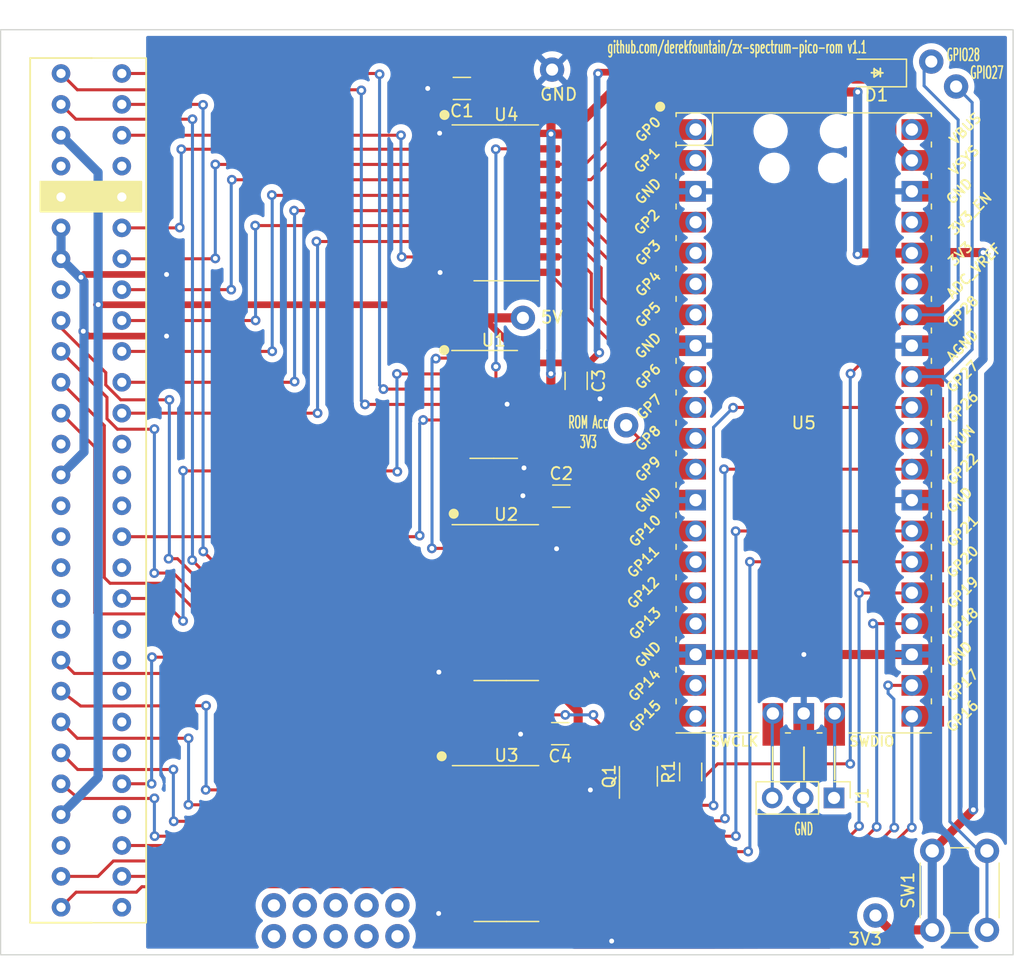
<source format=kicad_pcb>
(kicad_pcb (version 20211014) (generator pcbnew)
  (layers (0 "F.Cu" signal) (31 "B.Cu" signal) (34 "B.Paste" user) (35 "F.Paste" user) (36 "B.SilkS" user "B.Silkscreen") (37 "F.SilkS" user "F.Silkscreen") (38 "B.Mask" user) (39 "F.Mask" user) (44 "Edge.Cuts" user))
  (net 0 "")
  (net 1 "+3V3")
  (net 2 "GND")
  (net 3 "+5V")
  (net 4 "Net-(D1-Pad1)")
  (net 5 "SWDIO")
  (net 6 "SWDCLK")
  (net 7 "ROM_ACCESS_INV")
  (net 8 "ZXA0")
  (net 9 "ZXA1")
  (net 10 "ZXA2")
  (net 11 "ZXA3")
  (net 12 "ZXA4")
  (net 13 "ZXA5")
  (net 14 "ZXA6")
  (net 15 "A6")
  (net 16 "A5")
  (net 17 "A4")
  (net 18 "A3")
  (net 19 "A2")
  (net 20 "A1")
  (net 21 "A0")
  (net 22 "ROM_ACCESS_INV_3V3")
  (net 23 "ZXA7")
  (net 24 "ZXA8")
  (net 25 "ZXA9")
  (net 26 "ZXA10")
  (net 27 "ZXA11")
  (net 28 "ZXA12")
  (net 29 "ZXA13")
  (net 30 "A13")
  (net 31 "A12")
  (net 32 "A11")
  (net 33 "A10")
  (net 34 "A9")
  (net 35 "A8")
  (net 36 "A7")
  (net 37 "ZXD0")
  (net 38 "ZXD1")
  (net 39 "ZXD2")
  (net 40 "ZXD3")
  (net 41 "ZXD4")
  (net 42 "ZXD5")
  (net 43 "ZXD6")
  (net 44 "ZXD7")
  (net 45 "D7")
  (net 46 "D6")
  (net 47 "D5")
  (net 48 "D4")
  (net 49 "D3")
  (net 50 "D2")
  (net 51 "D1")
  (net 52 "D0")
  (net 53 "ROM_READ_INV")
  (net 59 "Net-(Q1-Pad2)")
  (net 64 "ZXA14")
  (net 65 "ZXA15")
  (net 70 "ZXM1")
  (net 75 "ZXRD")
  (net 77 "ZXMREQ")
  (net 85 "ZXRESET")
  (net 86 "PICO_RESET_Z80")
  (net 87 "PICO_USER_INPUT")
  (net 88 "M1")
  (footprint "" (layer "F.Cu") (at 48.2 122)
    (fp_text reference "6" hide)
    (fp_text value "" hide)
  )
  (footprint "" (layer "F.Cu") (at 45.66 122)
    (fp_text reference "5" hide)
    (fp_text value "" hide)
  )
  (footprint "Capacitor_SMD:C_1206_3216Metric" (layer "F.Cu") (at 69.3 88.34)
    (fp_text reference "C2")
    (fp_text value "C_Small" hide)
  )
  (footprint "Package_SO:SO-20_5.3x12.6mm_P1.27mm" (layer "F.Cu") (at 64.79 116.92)
    (fp_text reference "U3")
    (fp_text value "74LS245")
  )
  (footprint "Package_SO:SO-20_5.3x12.6mm_P1.27mm" (layer "F.Cu") (at 64.77 97.1)
    (fp_text reference "U2")
    (fp_text value "74LS245")
  )
  (footprint "Capacitor_SMD:C_1206_3216Metric" (layer "F.Cu") (at 70.52 78.86 -90)
    (fp_text reference "C3")
    (fp_text value "C_Small" hide)
  )
  (footprint "" (layer "F.Cu") (at 95.14 122.84)
    (fp_text reference "14" hide)
    (fp_text value "" hide)
  )
  (footprint "Resistor_SMD:R_1206_3216Metric_Pad1.30x1.75mm_HandSolder" (layer "F.Cu") (at 79.94 111.03 90)
    (fp_text reference "R1")
    (fp_text value "1K")
  )
  (footprint "Capacitor_SMD:C_1206_3216Metric" (layer "F.Cu") (at 69.21 107.88 180)
    (fp_text reference "C4")
    (fp_text value "C_Small" hide)
  )
  (footprint "" (layer "F.Cu") (at 50.74 122)
    (fp_text reference "7" hide)
    (fp_text value "" hide)
  )
  (footprint "Package_SO:SOIC-14_3.9x8.7mm_P1.27mm" (layer "F.Cu") (at 63.74 80.8)
    (fp_text reference "U1")
    (fp_text value "4075")
  )
  (footprint "Package_TO_SOT_SMD:SOT-23-3" (layer "F.Cu") (at 75.64 111.39 90)
    (fp_text reference "Q1")
    (fp_text value "PN2222A" hide)
  )
  (footprint "" (layer "F.Cu") (at 101.77 54.65)
    (fp_text reference "")
    (fp_text value "")
  )
  (footprint "Package_SO:SO-20_5.3x12.6mm_P1.27mm" (layer "F.Cu") (at 64.77 64.22)
    (fp_text reference "U4")
    (fp_text value "74LS245")
  )
  (footprint "" (layer "F.Cu") (at 53.28 122)
    (fp_text reference "8" hide)
    (fp_text value "" hide)
  )
  (footprint "" (layer "F.Cu") (at 50.74 124.54)
    (fp_text reference "12" hide)
    (fp_text value "" hide)
  )
  (footprint "" (layer "F.Cu") (at 68.54 53.26)
    (fp_text reference "14" hide)
    (fp_text value "" hide)
  )
  (footprint "" (layer "F.Cu") (at 66.14 73.68)
    (fp_text reference "")
    (fp_text value "")
  )
  (footprint "" (layer "F.Cu") (at 45.66 124.54)
    (fp_text reference "10" hide)
    (fp_text value "" hide)
  )
  (footprint "" (layer "F.Cu") (at 55.82 122)
    (fp_text reference "9" hide)
    (fp_text value "" hide)
  )
  (footprint "" (layer "F.Cu") (at 99.73 52.6)
    (fp_text reference "")
    (fp_text value "")
  )
  (footprint "Capacitor_SMD:C_1206_3216Metric" (layer "F.Cu") (at 61.12 54.81 180)
    (fp_text reference "C1")
    (fp_text value "C_Small" hide)
  )
  (footprint "" (layer "F.Cu") (at 48.2 124.54)
    (fp_text reference "11" hide)
    (fp_text value "" hide)
  )
  (footprint "Connector_PinHeader_2.54mm:PinHeader_1x03_P2.54mm_Vertical" (layer "F.Cu") (at 91.73 113.165 -90)
    (fp_text reference "J1")
    (fp_text value "Conn_01x03_Female" hide)
  )
  (footprint "Button_Switch_THT:SW_PUSH_6mm_H4.3mm" (layer "F.Cu") (at 99.81 124.02 90)
    (fp_text reference "SW1")
    (fp_text value "SW_SPST")
  )
  (footprint "" (layer "F.Cu") (at 53.28 124.54)
    (fp_text reference "13" hide)
    (fp_text value "" hide)
  )
  (footprint "" (layer "F.Cu") (at 74.63 82.52)
    (fp_text reference "")
    (fp_text value "")
  )
  (footprint "Diode_SMD:D_1206_3216Metric_Pad1.42x1.75mm_HandSolder" (layer "F.Cu") (at 95.23 53.54 180)
    (fp_text reference "D1")
    (fp_text value "D_Schottky" hide)
  )
  (footprint "" (layer "F.Cu") (at 55.82 124.54)
    (fp_text reference "14" hide)
    (fp_text value "" hide)
  )
  (footprint "zxbus:ZX_Bus_Pin_Header" (layer "F.Cu") (at 28.15 87.87 -90)
    (fp_text reference "Z1" hide)
    (fp_text value "ZX48Bus")
  )
  (footprint "pico-foot:RPi_Pico_SMD_TH" (layer "F.Cu") (at 89.24 82.32)
    (fp_text reference "U5")
    (fp_text value "Pico-rp2040")
  )
  (gr_circle (center 59.46 109.74) (end 59.799706 109.74) (layer "F.SilkS") (width 0.15) (fill solid))
  (gr_line (start 89.26 108.995) (end 89.26 111.665) (layer "F.SilkS") (width 0.15))
  (gr_line (start 95.75 53.53) (end 94.81 53.52) (layer "F.SilkS") (width 0.15))
  (gr_circle (center 59.69 56.99) (end 60.029706 56.99) (layer "F.SilkS") (width 0.15) (fill solid))
  (gr_rect (start 26.46 62.48) (end 34.75 64.94) (layer "F.SilkS") (width 0.15) (fill solid))
  (gr_line (start 95.53 53.52) (end 95.04 53.22) (layer "F.SilkS") (width 0.15))
  (gr_line (start 95.54 53.16) (end 95.54 53.83) (layer "F.SilkS") (width 0.15))
  (gr_circle (center 59.67 76.33) (end 60.009706 76.33) (layer "F.SilkS") (width 0.15) (fill solid))
  (gr_line (start 91.79 108.975) (end 91.79 111.645) (layer "F.SilkS") (width 0.15))
  (gr_circle (center 77.43 56.31) (end 77.769706 56.31) (layer "F.SilkS") (width 0.15) (fill solid))
  (gr_line (start 86.68 108.98) (end 86.68 111.65) (layer "F.SilkS") (width 0.15))
  (gr_circle (center 60.45 89.79) (end 60.789706 89.79) (layer "F.SilkS") (width 0.15) (fill solid))
  (gr_line (start 95.03 53.86) (end 95.53 53.52) (layer "F.SilkS") (width 0.15))
  (gr_line (start 95.03 53.18) (end 95.03 53.86) (layer "F.SilkS") (width 0.15))
  (gr_rect (start 23.18 49.98) (end 106.46 126.07) (layer "Edge.Cuts") (width 0.1) (fill none))
  (gr_text "GPIO28" (at 102.36 52.05) (layer "F.SilkS") (effects (font (size 1 0.5) (thickness 0.125))))
  (gr_text "GPIO27" (at 104.3 53.51) (layer "F.SilkS") (effects (font (size 1 0.5) (thickness 0.125))))
  (gr_text "github.com/derekfountain/zx-spectrum-pico-rom v1.1" (at 83.76 51.42) (layer "F.SilkS") (effects (font (size 1 0.5) (thickness 0.125))))
  (gr_text "5V" (at 68.52 73.63) (layer "F.SilkS") (effects (font (size 1 1))))
  (gr_text "GND" (at 89.24 115.73) (layer "F.SilkS") (effects (font (size 1 0.5) (thickness 0.125))))
  (gr_text "3V3" (at 94.3 124.77) (layer "F.SilkS") (effects (font (size 1 1))))
  (gr_text "ROM Acc\n3V3" (at 71.52 83.08) (layer "F.SilkS") (effects (font (size 1 0.5) (thickness 0.125))))
  (gr_text "GND" (at 69.08 55.3) (layer "F.SilkS") (effects (font (size 1 1))))
  (segment (start 98.17 68.31) (end 98.13 68.35) (width 0.25) (layer "F.Cu") (net 1))
  (segment (start 70.25 111.235) (end 70.25 111.23) (width 0.75) (layer "F.Cu") (net 1))
  (segment (start 70.385 91.37) (end 70.4 91.385) (width 0.75) (layer "F.Cu") (net 1))
  (segment (start 64.84 92.07) (end 64.155 91.385) (width 0.75) (layer "F.Cu") (net 1))
  (segment (start 68.45 58.56) (end 68.45 57.53) (width 0.75) (layer "F.Cu") (net 1))
  (segment (start 69.12 104.45) (end 66.3 104.45) (width 0.75) (layer "F.Cu") (net 1))
  (segment (start 64.155 91.385) (end 61.3075 91.385) (width 0.75) (layer "F.Cu") (net 1))
  (segment (start 73.415 55.1) (end 69.99 58.525) (width 0.75) (layer "F.Cu") (net 1))
  (segment (start 65.73 54.81) (end 62.595 54.81) (width 0.75) (layer "F.Cu") (net 1))
  (segment (start 70.775 88.34) (end 68.44 86.005) (width 0.75) (layer "F.Cu") (net 1))
  (segment (start 93.68 55.1) (end 73.415 55.1) (width 0.75) (layer "F.Cu") (net 1))
  (segment (start 65.65 92.07) (end 66.35 91.37) (width 0.75) (layer "F.Cu") (net 1))
  (segment (start 103.99 68.31) (end 98.17 68.31) (width 0.75) (layer "F.Cu") (net 1))
  (segment (start 70.84 88.405) (end 70.775 88.34) (width 0.75) (layer "F.Cu") (net 1))
  (segment (start 70.82 108.015) (end 70.685 107.88) (width 0.75) (layer "F.Cu") (net 1))
  (segment (start 65.65 92.07) (end 64.84 92.07) (width 0.75) (layer "F.Cu") (net 1))
  (segment (start 68.44 86.005) (end 68.44 78.27) (width 0.75) (layer "F.Cu") (net 1))
  (segment (start 70.685 106.015) (end 69.12 104.45) (width 0.75) (layer "F.Cu") (net 1))
  (segment (start 66.35 91.37) (end 67.88 91.37) (width 0.75) (layer "F.Cu") (net 1))
  (segment (start 99.81 117.52) (end 103.16 114.17) (width 0.75) (layer "F.Cu") (net 1))
  (segment (start 67.88 91.37) (end 70.385 91.37) (width 0.75) (layer "F.Cu") (net 1))
  (segment (start 103.16 114.17) (end 103.19 114.14) (width 0.25) (layer "F.Cu") (net 1))
  (segment (start 70.84 90.945) (end 70.84 88.405) (width 0.75) (layer "F.Cu") (net 1))
  (segment (start 70.82 110.66) (end 70.82 108.015) (width 0.75) (layer "F.Cu") (net 1))
  (segment (start 61.3575 111.235) (end 70.25 111.235) (width 0.75) (layer "F.Cu") (net 1))
  (segment (start 69.955 58.56) (end 69.99 58.525) (width 0.75) (layer "F.Cu") (net 1))
  (segment (start 68.45 57.53) (end 65.73 54.81) (width 0.75) (layer "F.Cu") (net 1))
  (segment (start 70.25 111.23) (end 70.82 110.66) (width 0.75) (layer "F.Cu") (net 1))
  (segment (start 66.3 104.45) (end 65.65 103.8) (width 0.75) (layer "F.Cu") (net 1))
  (segment (start 93.66 68.45) (end 93.76 68.35) (width 0.75) (layer "F.Cu") (net 1))
  (segment (start 68.45 58.56) (end 69.955 58.56) (width 0.75) (layer "F.Cu") (net 1))
  (segment (start 95.14 122.84) (end 96.32 124.02) (width 0.75) (layer "F.Cu") (net 1))
  (segment (start 65.65 103.8) (end 65.65 92.07) (width 0.75) (layer "F.Cu") (net 1))
  (segment (start 70.685 107.88) (end 70.685 106.015) (width 0.75) (layer "F.Cu") (net 1))
  (segment (start 96.32 124.02) (end 99.81 124.02) (width 0.75) (layer "F.Cu") (net 1))
  (segment (start 93.76 68.35) (end 98.13 68.35) (width 0.75) (layer "F.Cu") (net 1))
  (segment (start 70.4 91.385) (end 70.84 90.945) (width 0.75) (layer "F.Cu") (net 1))
  (via (at 68.45 58.56) (size 0.8) (drill 0.4) (layers "F.Cu" "B.Cu") (net 1))
  (via (at 93.68 55.1) (size 0.8) (drill 0.4) (layers "F.Cu" "B.Cu") (net 1))
  (via (at 68.44 78.27) (size 0.8) (drill 0.4) (layers "F.Cu" "B.Cu") (net 1))
  (via (at 103.99 68.31) (size 0.8) (drill 0.4) (layers "F.Cu" "B.Cu") (net 1))
  (via (at 93.66 68.45) (size 0.8) (drill 0.4) (layers "F.Cu" "B.Cu") (net 1))
  (via (at 103.19 114.14) (size 0.8) (drill 0.4) (layers "F.Cu" "B.Cu") (net 1))
  (segment (start 103.99 77.06) (end 103.99 68.31) (width 0.75) (layer "B.Cu") (net 1))
  (segment (start 68.45 76.37) (end 68.45 58.56) (width 0.75) (layer "B.Cu") (net 1))
  (segment (start 68.44 76.38) (end 68.45 76.37) (width 0.75) (layer "B.Cu") (net 1))
  (segment (start 68.44 78.27) (end 68.44 76.38) (width 0.75) (layer "B.Cu") (net 1))
  (segment (start 103.19 77.86) (end 103.99 77.06) (width 0.75) (layer "B.Cu") (net 1))
  (segment (start 93.68 68.43) (end 93.68 55.1) (width 0.75) (layer "B.Cu") (net 1))
  (segment (start 93.66 68.45) (end 93.68 68.43) (width 0.75) (layer "B.Cu") (net 1))
  (segment (start 103.19 114.14) (end 103.19 77.86) (width 0.75) (layer "B.Cu") (net 1))
  (segment (start 99.81 117.52) (end 99.81 124.02) (width 0.75) (layer "B.Cu") (net 1))
  (segment (start 58.31 54.81) (end 59.645 54.81) (width 0.75) (layer "F.Cu") (net 2))
  (segment (start 71.175 112.505) (end 74.6675 112.505) (width 0.75) (layer "F.Cu") (net 2))
  (segment (start 89.25 101.37) (end 98.13 101.37) (width 0.75) (layer "F.Cu") (net 2))
  (segment (start 29.79 70.34) (end 30.02 70.11) (width 0.55) (layer "F.Cu") (net 2))
  (segment (start 66.215 78.26) (end 66.215 79.53) (width 0.75) (layer "F.Cu") (net 2))
  (segment (start 59.23 102.82) (end 61.095 102.82) (width 0.75) (layer "F.Cu") (net 2))
  (segment (start 60.95 122.665) (end 59.215 122.665) (width 0.75) (layer "F.Cu") (net 2))
  (segment (start 68.2825 112.505) (end 68.2525 112.475) (width 0.75) (layer "F.Cu") (net 2))
  (segment (start 65.99 107.88) (end 65.95 107.92) (width 0.75) (layer "F.Cu") (net 2))
  (segment (start 71.175 112.505) (end 68.2825 112.505) (width 0.75) (layer "F.Cu") (net 2))
  (segment (start 71.685 112.505) (end 71.175 112.505) (width 0.75) (layer "F.Cu") (net 2))
  (segment (start 59.33 69.95) (end 61.2925 69.95) (width 0.75) (layer "F.Cu") (net 2))
  (segment (start 61.2925 69.95) (end 61.3075 69.935) (width 0.75) (layer "F.Cu") (net 2))
  (segment (start 66.215 84.61) (end 66.215 86.005) (width 0.75) (layer "F.Cu") (net 2))
  (segment (start 67.825 88.34) (end 66.17 88.34) (width 0.75) (layer "F.Cu") (net 2))
  (segment (start 72.475 80.335) (end 72.48 80.34) (width 0.75) (layer "F.Cu") (net 2))
  (segment (start 30.02 70.11) (end 36.83 70.11) (width 0.55) (layer "F.Cu") (net 2))
  (segment (start 61.095 102.82) (end 61.1 102.815) (width 0.75) (layer "F.Cu") (net 2))
  (segment (start 80.35 101.37) (end 89.25 101.37) (width 0.75) (layer "F.Cu") (net 2))
  (segment (start 71.685 112.505) (end 71.69 112.51) (width 0.25) (layer "F.Cu") (net 2))
  (segment (start 30.38 75.18) (end 29.98 74.78) (width 0.55) (layer "F.Cu") (net 2))
  (segment (start 66.17 88.34) (end 66.14 88.31) (width 0.25) (layer "F.Cu") (net 2))
  (segment (start 66.215 86.005) (end 66.23 86.02) (width 0.75) (layer "F.Cu") (net 2))
  (segment (start 66.215 80.8) (end 64.86 80.8) (width 0.75) (layer "F.Cu") (net 2))
  (segment (start 67.735 107.88) (end 65.99 107.88) (width 0.75) (layer "F.Cu") (net 2))
  (segment (start 74.6675 112.505) (end 74.69 112.5275) (width 0.75) (layer "F.Cu") (net 2))
  (segment (start 66.215 79.53) (end 66.215 80.8) (width 0.75) (layer "F.Cu") (net 2))
  (segment (start 70.52 80.335) (end 72.475 80.335) (width 0.75) (layer "F.Cu") (net 2))
  (segment (start 36.83 75.18) (end 30.38 75.18) (width 0.55) (layer "F.Cu") (net 2))
  (segment (start 66.215 84.61) (end 61.265 84.61) (width 0.75) (layer "F.Cu") (net 2))
  (segment (start 64.86 80.8) (end 64.84 80.78) (width 0.75) (layer "F.Cu") (net 2))
  (segment (start 59.215 122.665) (end 59.21 122.67) (width 0.25) (layer "F.Cu") (net 2))
  (segment (start 59.29 58.49) (end 61.98 58.49) (width 0.75) (layer "F.Cu") (net 2))
  (via (at 36.83 70.11) (size 0.8) (drill 0.4) (layers "F.Cu" "B.Cu") (net 2))
  (via (at 66.14 88.31) (size 0.8) (drill 0.4) (layers "F.Cu" "B.Cu") (net 2))
  (via (at 68.91 92.67) (size 0.8) (drill 0.4) (layers "F.Cu" "B.Cu") (net 2))
  (via (at 66.23 86.02) (size 0.8) (drill 0.4) (layers "F.Cu" "B.Cu") (net 2))
  (via (at 65.95 107.92) (size 0.8) (drill 0.4) (layers "F.Cu" "B.Cu") (net 2))
  (via (at 72.48 80.34) (size 0.8) (drill 0.4) (layers "F.Cu" "B.Cu") (net 2))
  (via (at 36.83 75.18) (size 0.8) (drill 0.4) (layers "F.Cu" "B.Cu") (net 2))
  (via (at 73.44 124.94) (size 0.8) (drill 0.4) (layers "F.Cu" "B.Cu") (net 2))
  (via (at 58.31 54.81) (size 0.8) (drill 0.4) (layers "F.Cu" "B.Cu") (net 2))
  (via (at 71.69 112.51) (size 0.8) (drill 0.4) (layers "F.Cu" "B.Cu") (net 2))
  (via (at 29.98 74.78) (size 0.8) (drill 0.4) (layers "F.Cu" "B.Cu") (net 2))
  (via (at 59.29 58.49) (size 0.8) (drill 0.4) (layers "F.Cu" "B.Cu") (net 2))
  (via (at 89.25 101.37) (size 0.8) (drill 0.4) (layers "F.Cu" "B.Cu") (net 2))
  (via (at 59.23 102.82) (size 0.8) (drill 0.4) (layers "F.Cu" "B.Cu") (net 2))
  (via (at 29.79 70.34) (size 0.8) (drill 0.4) (layers "F.Cu" "B.Cu") (net 2))
  (via (at 64.84 80.78) (size 0.8) (drill 0.4) (layers "F.Cu" "B.Cu") (net 2))
  (via (at 59.21 122.67) (size 0.8) (drill 0.4) (layers "F.Cu" "B.Cu") (net 2))
  (via (at 59.33 69.95) (size 0.8) (drill 0.4) (layers "F.Cu" "B.Cu") (net 2))
  (segment (start 30.04 84.71) (end 28.15 86.6) (width 0.75) (layer "B.Cu") (net 2))
  (segment (start 28.15 68.82) (end 30.04 70.71) (width 0.75) (layer "B.Cu") (net 2))
  (segment (start 58.32 54.82) (end 58.31 54.81) (width 0.75) (layer "B.Cu") (net 2))
  (segment (start 28.15 66.28) (end 28.15 68.82) (width 0.75) (layer "B.Cu") (net 2))
  (segment (start 89.24 101.38) (end 89.25 101.37) (width 0.75) (layer "B.Cu") (net 2))
  (segment (start 30.04 70.71) (end 30.04 84.71) (width 0.75) (layer "B.Cu") (net 2))
  (segment (start 72.435 53.475) (end 93.915 53.475) (width 0.55) (layer "F.Cu") (net 3))
  (segment (start 61.86 72.63) (end 61.83 72.6) (width 0.55) (layer "F.Cu") (net 3))
  (segment (start 61.845 72.62) (end 66.215 76.99) (width 0.55) (layer "F.Cu") (net 3))
  (segment (start 66.61 77.385) (end 66.215 76.99) (width 0.55) (layer "F.Cu") (net 3))
  (segment (start 66.14 73.68) (end 62.905 73.68) (width 0.75) (layer "F.Cu") (net 3))
  (segment (start 61.83 72.6) (end 31.06 72.6) (width 0.55) (layer "F.Cu") (net 3))
  (segment (start 72.32 53.59) (end 72.435 53.475) (width 0.55) (layer "F.Cu") (net 3))
  (segment (start 71.575 77.385) (end 72.42 76.54) (width 0.55) (layer "F.Cu") (net 3))
  (segment (start 70.52 77.385) (end 71.575 77.385) (width 0.55) (layer "F.Cu") (net 3))
  (segment (start 70.52 77.385) (end 66.61 77.385) (width 0.55) (layer "F.Cu") (net 3))
  (via (at 72.32 53.59) (size 0.8) (drill 0.4) (layers "F.Cu" "B.Cu") (net 3))
  (via (at 72.42 76.54) (size 0.8) (drill 0.4) (layers "F.Cu" "B.Cu") (net 3))
  (via (at 31.21 72.59) (size 0.8) (drill 0.4) (layers "F.Cu" "B.Cu") (net 3))
  (segment (start 31.2 111.34) (end 31.22 111.36) (width 0.75) (layer "B.Cu") (net 3))
  (segment (start 31.17 111.52) (end 28.15 114.54) (width 0.75) (layer "B.Cu") (net 3))
  (segment (start 72.24 53.67) (end 72.24 76.36) (width 0.55) (layer "B.Cu") (net 3))
  (segment (start 31.19 61.7) (end 28.15 58.66) (width 0.75) (layer "B.Cu") (net 3))
  (segment (start 72.32 53.59) (end 72.24 53.67) (width 0.55) (layer "B.Cu") (net 3))
  (segment (start 72.24 76.36) (end 72.42 76.54) (width 0.55) (layer "B.Cu") (net 3))
  (segment (start 31.2 61.71) (end 31.2 111.34) (width 0.75) (layer "B.Cu") (net 3))
  (segment (start 98.13 60.73) (end 96.48 59.08) (width 0.75) (layer "F.Cu") (net 4))
  (segment (start 96.48 59.08) (end 96.48 53.54) (width 0.75) (layer "F.Cu") (net 4))
  (segment (start 91.78 113.115) (end 91.73 113.165) (width 0.25) (layer "B.Cu") (net 5))
  (segment (start 91.78 106.22) (end 91.78 113.115) (width 0.25) (layer "B.Cu") (net 5))
  (segment (start 86.7 106.22) (end 86.65 106.27) (width 0.25) (layer "B.Cu") (net 6))
  (segment (start 86.65 106.27) (end 86.65 113.165) (width 0.25) (layer "B.Cu") (net 6))
  (segment (start 58.65 92.64) (end 61.085 92.64) (width 0.25) (layer "F.Cu") (net 7))
  (segment (start 61.265 76.99) (end 59.02 76.99) (width 0.25) (layer "F.Cu") (net 7))
  (segment (start 61.265 83.34) (end 62.19 83.34) (width 0.25) (layer "F.Cu") (net 7))
  (segment (start 62.79 82.74) (end 62.79 77.47) (width 0.25) (layer "F.Cu") (net 7))
  (segment (start 59.02 76.99) (end 58.98 77.03) (width 0.25) (layer "F.Cu") (net 7))
  (segment (start 61.085 92.64) (end 61.1 92.655) (width 0.25) (layer "F.Cu") (net 7))
  (segment (start 62.79 77.47) (end 62.24 76.92) (width 0.25) (layer "F.Cu") (net 7))
  (segment (start 62.19 83.34) (end 62.79 82.74) (width 0.25) (layer "F.Cu") (net 7))
  (via (at 58.98 77.03) (size 0.8) (drill 0.4) (layers "F.Cu" "B.Cu") (net 7))
  (via (at 58.65 92.64) (size 0.8) (drill 0.4) (layers "F.Cu" "B.Cu") (net 7))
  (segment (start 58.665 77.025) (end 58.665 92.625) (width 0.25) (layer "B.Cu") (net 7))
  (segment (start 58.665 92.625) (end 58.65 92.64) (width 0.25) (layer "B.Cu") (net 7))
  (segment (start 31.83 78.18) (end 31.83 79.197251) (width 0.25) (layer "F.Cu") (net 8))
  (segment (start 28.15 74.5) (end 31.83 78.18) (width 0.25) (layer "F.Cu") (net 8))
  (segment (start 37.73 93.49) (end 40.705 96.465) (width 0.25) (layer "F.Cu") (net 8))
  (segment (start 37 93.49) (end 37.73 93.49) (width 0.25) (layer "F.Cu") (net 8))
  (segment (start 31.83 79.197251) (end 33.052749 80.42) (width 0.25) (layer "F.Cu") (net 8))
  (segment (start 33.052749 80.42) (end 37.06 80.42) (width 0.25) (layer "F.Cu") (net 8))
  (segment (start 28.15 73.9) (end 28.15 74.5) (width 0.25) (layer "F.Cu") (net 8))
  (segment (start 40.705 96.465) (end 61.1 96.465) (width 0.25) (layer "F.Cu") (net 8))
  (via (at 37.06 80.42) (size 0.8) (drill 0.4) (layers "F.Cu" "B.Cu") (net 8))
  (via (at 37 93.49) (size 0.8) (drill 0.4) (layers "F.Cu" "B.Cu") (net 8))
  (segment (start 37.06 80.42) (end 37.06 93.43) (width 0.25) (layer "B.Cu") (net 8))
  (segment (start 37.06 93.43) (end 37 93.49) (width 0.25) (layer "B.Cu") (net 8))
  (segment (start 32.79 82.84) (end 35.82 82.84) (width 0.25) (layer "F.Cu") (net 9))
  (segment (start 40.455 97.735) (end 61.1 97.735) (width 0.25) (layer "F.Cu") (net 9))
  (segment (start 35.82 82.84) (end 35.83 82.83) (width 0.25) (layer "F.Cu") (net 9))
  (segment (start 28.15 76.44) (end 31.93 80.22) (width 0.25) (layer "F.Cu") (net 9))
  (segment (start 37.39 94.67) (end 40.455 97.735) (width 0.25) (layer "F.Cu") (net 9))
  (segment (start 31.93 81.98) (end 32.79 82.84) (width 0.25) (layer "F.Cu") (net 9))
  (segment (start 35.82 94.67) (end 37.39 94.67) (width 0.25) (layer "F.Cu") (net 9))
  (segment (start 31.93 80.22) (end 31.93 81.98) (width 0.25) (layer "F.Cu") (net 9))
  (via (at 35.83 82.83) (size 0.8) (drill 0.4) (layers "F.Cu" "B.Cu") (net 9))
  (via (at 35.82 94.67) (size 0.8) (drill 0.4) (layers "F.Cu" "B.Cu") (net 9))
  (segment (start 35.83 82.83) (end 35.83 94.66) (width 0.25) (layer "B.Cu") (net 9))
  (segment (start 35.83 94.66) (end 35.82 94.67) (width 0.25) (layer "B.Cu") (net 9))
  (segment (start 32.18 95.51) (end 36.97 95.51) (width 0.25) (layer "F.Cu") (net 10))
  (segment (start 28.15 78.98) (end 31.71 82.54) (width 0.25) (layer "F.Cu") (net 10))
  (segment (start 40.465 99.005) (end 61.1 99.005) (width 0.25) (layer "F.Cu") (net 10))
  (segment (start 31.71 95.04) (end 32.18 95.51) (width 0.25) (layer "F.Cu") (net 10))
  (segment (start 31.71 82.54) (end 31.71 95.04) (width 0.25) (layer "F.Cu") (net 10))
  (segment (start 36.97 95.51) (end 40.465 99.005) (width 0.25) (layer "F.Cu") (net 10))
  (segment (start 30.92 84.29) (end 30.92 97.95) (width 0.25) (layer "F.Cu") (net 11))
  (segment (start 28.15 81.52) (end 30.92 84.29) (width 0.25) (layer "F.Cu") (net 11))
  (segment (start 31 98.03) (end 35.77 98.03) (width 0.25) (layer "F.Cu") (net 11))
  (segment (start 35.77 98.03) (end 38.015 100.275) (width 0.25) (layer "F.Cu") (net 11))
  (segment (start 38.015 100.275) (end 61.1 100.275) (width 0.25) (layer "F.Cu") (net 11))
  (segment (start 30.92 97.95) (end 31 98.03) (width 0.25) (layer "F.Cu") (net 11))
  (segment (start 35.55 113.21) (end 35.82 113.21) (width 0.25) (layer "F.Cu") (net 12))
  (segment (start 29.59 113.21) (end 35.55 113.21) (width 0.25) (layer "F.Cu") (net 12))
  (segment (start 28.15 112) (end 29.59 113.21) (width 0.25) (layer "F.Cu") (net 12))
  (segment (start 35.855 116.315) (end 60.95 116.315) (width 0.25) (layer "F.Cu") (net 12))
  (segment (start 35.82 113.21) (end 35.83 113.2) (width 0.25) (layer "F.Cu") (net 12))
  (segment (start 35.85 116.31) (end 35.855 116.315) (width 0.25) (layer "F.Cu") (net 12))
  (via (at 35.85 116.31) (size 0.8) (drill 0.4) (layers "F.Cu" "B.Cu") (net 12))
  (via (at 35.83 113.2) (size 0.8) (drill 0.4) (layers "F.Cu" "B.Cu") (net 12))
  (segment (start 35.83 116.29) (end 35.85 116.31) (width 0.25) (layer "B.Cu") (net 12))
  (segment (start 35.83 113.2) (end 35.83 116.29) (width 0.25) (layer "B.Cu") (net 12))
  (segment (start 29.52 110.83) (end 37.39 110.83) (width 0.25) (layer "F.Cu") (net 13))
  (segment (start 28.15 109.46) (end 29.52 110.83) (width 0.25) (layer "F.Cu") (net 13))
  (segment (start 60.905 115.09) (end 60.95 115.045) (width 0.25) (layer "F.Cu") (net 13))
  (segment (start 37.42 115.09) (end 60.905 115.09) (width 0.25) (layer "F.Cu") (net 13))
  (via (at 37.39 110.83) (size 0.8) (drill 0.4) (layers "F.Cu" "B.Cu") (net 13))
  (via (at 37.42 115.09) (size 0.8) (drill 0.4) (layers "F.Cu" "B.Cu") (net 13))
  (segment (start 37.39 110.83) (end 37.39 115.06) (width 0.25) (layer "B.Cu") (net 13))
  (segment (start 37.39 115.06) (end 37.42 115.09) (width 0.25) (layer "B.Cu") (net 13))
  (segment (start 28.15 106.92) (end 29.49 108.26) (width 0.25) (layer "F.Cu") (net 14))
  (segment (start 38.63 113.73) (end 60.905 113.73) (width 0.25) (layer "F.Cu") (net 14))
  (segment (start 29.49 108.26) (end 38.64 108.26) (width 0.25) (layer "F.Cu") (net 14))
  (segment (start 60.905 113.73) (end 60.95 113.775) (width 0.25) (layer "F.Cu") (net 14))
  (via (at 38.64 108.26) (size 0.8) (drill 0.4) (layers "F.Cu" "B.Cu") (net 14))
  (via (at 38.63 113.73) (size 0.8) (drill 0.4) (layers "F.Cu" "B.Cu") (net 14))
  (segment (start 38.64 113.72) (end 38.63 113.73) (width 0.25) (layer "B.Cu") (net 14))
  (segment (start 38.64 108.26) (end 38.64 113.72) (width 0.25) (layer "B.Cu") (net 14))
  (segment (start 82.575 115.045) (end 68.2825 115.045) (width 0.25) (layer "F.Cu") (net 15))
  (segment (start 82.76 114.86) (end 82.575 115.045) (width 0.25) (layer "F.Cu") (net 15))
  (segment (start 68.2825 115.045) (end 68.2525 115.015) (width 0.25) (layer "F.Cu") (net 15))
  (segment (start 82.68 86.13) (end 98.13 86.13) (width 0.25) (layer "F.Cu") (net 15))
  (via (at 82.76 114.86) (size 0.8) (drill 0.4) (layers "F.Cu" "B.Cu") (net 15))
  (via (at 82.68 86.13) (size 0.8) (drill 0.4) (layers "F.Cu" "B.Cu") (net 15))
  (segment (start 82.76 114.86) (end 82.76 86.21) (width 0.25) (layer "B.Cu") (net 15))
  (segment (start 82.76 86.21) (end 82.68 86.13) (width 0.25) (layer "B.Cu") (net 15))
  (segment (start 83.645 116.315) (end 68.2825 116.315) (width 0.25) (layer "F.Cu") (net 16))
  (segment (start 83.64 91.23) (end 83.66 91.21) (width 0.25) (layer "F.Cu") (net 16))
  (segment (start 68.2825 116.315) (end 68.2525 116.285) (width 0.25) (layer "F.Cu") (net 16))
  (segment (start 83.66 116.3) (end 83.645 116.315) (width 0.25) (layer "F.Cu") (net 16))
  (segment (start 83.66 91.21) (end 98.13 91.21) (width 0.25) (layer "F.Cu") (net 16))
  (via (at 83.66 116.3) (size 0.8) (drill 0.4) (layers "F.Cu" "B.Cu") (net 16))
  (via (at 83.64 91.23) (size 0.8) (drill 0.4) (layers "F.Cu" "B.Cu") (net 16))
  (segment (start 83.66 91.25) (end 83.64 91.23) (width 0.25) (layer "B.Cu") (net 16))
  (segment (start 83.66 116.3) (end 83.66 91.25) (width 0.25) (layer "B.Cu") (net 16))
  (segment (start 84.67 117.57) (end 84.655 117.585) (width 0.25) (layer "F.Cu") (net 17))
  (segment (start 84.655 117.585) (end 68.2825 117.585) (width 0.25) (layer "F.Cu") (net 17))
  (segment (start 98.12 93.74) (end 98.13 93.75) (width 0.25) (layer "F.Cu") (net 17))
  (segment (start 68.2825 117.585) (end 68.2525 117.555) (width 0.25) (layer "F.Cu") (net 17))
  (segment (start 84.81 93.74) (end 98.12 93.74) (width 0.25) (layer "F.Cu") (net 17))
  (via (at 84.67 117.57) (size 0.8) (drill 0.4) (layers "F.Cu" "B.Cu") (net 17))
  (via (at 84.81 93.74) (size 0.8) (drill 0.4) (layers "F.Cu" "B.Cu") (net 17))
  (segment (start 84.67 117.57) (end 84.81 117.43) (width 0.25) (layer "B.Cu") (net 17))
  (segment (start 84.81 117.43) (end 84.81 93.74) (width 0.25) (layer "B.Cu") (net 17))
  (segment (start 80.35 103.91) (end 74.53 103.91) (width 0.25) (layer "F.Cu") (net 18))
  (segment (start 74.46 103.98) (end 72.025 101.545) (width 0.25) (layer "F.Cu") (net 18))
  (segment (start 72.025 101.545) (end 68.2325 101.545) (width 0.25) (layer "F.Cu") (net 18))
  (segment (start 74.53 103.91) (end 74.46 103.98) (width 0.25) (layer "F.Cu") (net 18))
  (segment (start 74.61 98.83) (end 73.165 100.275) (width 0.25) (layer "F.Cu") (net 19))
  (segment (start 73.165 100.275) (end 68.2325 100.275) (width 0.25) (layer "F.Cu") (net 19))
  (segment (start 80.35 98.83) (end 74.61 98.83) (width 0.25) (layer "F.Cu") (net 19))
  (segment (start 80.35 96.29) (end 74.53 96.29) (width 0.25) (layer "F.Cu") (net 20))
  (segment (start 74.53 96.29) (end 71.815 99.005) (width 0.25) (layer "F.Cu") (net 20))
  (segment (start 71.815 99.005) (end 68.2325 99.005) (width 0.25) (layer "F.Cu") (net 20))
  (segment (start 74.55 94.011751) (end 70.826751 97.735) (width 0.25) (layer "F.Cu") (net 21))
  (segment (start 80.35 93.75) (end 74.81 93.75) (width 0.25) (layer "F.Cu") (net 21))
  (segment (start 74.81 93.75) (end 74.55 94.01) (width 0.25) (layer "F.Cu") (net 21))
  (segment (start 70.826751 97.735) (end 68.2325 97.735) (width 0.25) (layer "F.Cu") (net 21))
  (segment (start 74.55 94.01) (end 74.55 94.011751) (width 0.25) (layer "F.Cu") (net 21))
  (segment (start 75.63 83.59) (end 80.35 83.59) (width 0.25) (layer "F.Cu") (net 22))
  (segment (start 75.63 83.59) (end 75.63 83.52) (width 0.25) (layer "F.Cu") (net 22))
  (segment (start 73.1 91.651751) (end 70.826751 93.925) (width 0.25) (layer "F.Cu") (net 22))
  (segment (start 73.1 86.12) (end 73.1 91.651751) (width 0.25) (layer "F.Cu") (net 22))
  (segment (start 70.826751 93.925) (end 68.2325 93.925) (width 0.25) (layer "F.Cu") (net 22))
  (segment (start 75.63 83.52) (end 74.63 82.52) (width 0.25) (layer "F.Cu") (net 22))
  (segment (start 75.63 83.59) (end 73.1 86.12) (width 0.25) (layer "F.Cu") (net 22))
  (segment (start 40.08 105.58) (end 29.77 105.61) (width 0.25) (layer "F.Cu") (net 23))
  (segment (start 29.77 105.61) (end 28.15 104.38) (width 0.25) (layer "F.Cu") (net 23))
  (segment (start 40.05 112.5) (end 40.055 112.505) (width 0.25) (layer "F.Cu") (net 23))
  (segment (start 40.055 112.505) (end 60.95 112.505) (width 0.25) (layer "F.Cu") (net 23))
  (via (at 40.08 105.58) (size 0.8) (drill 0.4) (layers "F.Cu" "B.Cu") (net 23))
  (via (at 40.05 112.5) (size 0.8) (drill 0.4) (layers "F.Cu" "B.Cu") (net 23))
  (segment (start 40.08 105.58) (end 40.08 112.47) (width 0.25) (layer "B.Cu") (net 23))
  (segment (start 40.08 112.47) (end 40.05 112.5) (width 0.25) (layer "B.Cu") (net 23))
  (segment (start 58.285 117.585) (end 60.95 117.585) (width 0.25) (layer "F.Cu") (net 24))
  (segment (start 57.78 117.08) (end 58.285 117.585) (width 0.25) (layer "F.Cu") (net 24))
  (segment (start 33.15 117.08) (end 57.78 117.08) (width 0.25) (layer "F.Cu") (net 24))
  (segment (start 31.19 119.62) (end 32.46 118.35) (width 0.25) (layer "F.Cu") (net 25))
  (segment (start 28.15 119.62) (end 31.19 119.62) (width 0.25) (layer "F.Cu") (net 25))
  (segment (start 32.46 118.35) (end 57.75 118.35) (width 0.25) (layer "F.Cu") (net 25))
  (segment (start 58.255 118.855) (end 60.95 118.855) (width 0.25) (layer "F.Cu") (net 25))
  (segment (start 57.75 118.35) (end 58.255 118.855) (width 0.25) (layer "F.Cu") (net 25))
  (segment (start 33.15 119.62) (end 57.82 119.62) (width 0.25) (layer "F.Cu") (net 26))
  (segment (start 58.325 120.125) (end 60.95 120.125) (width 0.25) (layer "F.Cu") (net 26))
  (segment (start 57.82 119.62) (end 58.325 120.125) (width 0.25) (layer "F.Cu") (net 26))
  (segment (start 58.315 121.395) (end 60.95 121.395) (width 0.25) (layer "F.Cu") (net 27))
  (segment (start 34.35 120.92) (end 34.8 120.47) (width 0.25) (layer "F.Cu") (net 27))
  (segment (start 57.39 120.47) (end 58.315 121.395) (width 0.25) (layer "F.Cu") (net 27))
  (segment (start 34.8 120.47) (end 57.39 120.47) (width 0.25) (layer "F.Cu") (net 27))
  (segment (start 29.39 120.92) (end 34.35 120.92) (width 0.25) (layer "F.Cu") (net 27))
  (segment (start 28.15 122.16) (end 29.39 120.92) (width 0.25) (layer "F.Cu") (net 27))
  (segment (start 40.525 95.195) (end 61.1 95.195) (width 0.25) (layer "F.Cu") (net 28))
  (segment (start 38.94 93.61) (end 40.525 95.195) (width 0.25) (layer "F.Cu") (net 28))
  (segment (start 28.15 56.12) (end 29.37 57.34) (width 0.25) (layer "F.Cu") (net 28))
  (segment (start 29.37 57.34) (end 38.96 57.34) (width 0.25) (layer "F.Cu") (net 28))
  (via (at 38.96 57.34) (size 0.8) (drill 0.4) (layers "F.Cu" "B.Cu") (net 28))
  (via (at 38.94 93.61) (size 0.8) (drill 0.4) (layers "F.Cu" "B.Cu") (net 28))
  (segment (start 38.96 93.59) (end 38.94 93.61) (width 0.25) (layer "B.Cu") (net 28))
  (segment (start 38.96 57.34) (end 38.96 93.59) (width 0.25) (layer "B.Cu") (net 28))
  (segment (start 39.85 92.89) (end 40.885 93.925) (width 0.25) (layer "F.Cu") (net 29))
  (segment (start 33.15 56.12) (end 39.79 56.12) (width 0.25) (layer "F.Cu") (net 29))
  (segment (start 40.885 93.925) (end 61.1 93.925) (width 0.25) (layer "F.Cu") (net 29))
  (segment (start 39.79 56.12) (end 39.83 56.16) (width 0.25) (layer "F.Cu") (net 29))
  (via (at 39.85 92.89) (size 0.8) (drill 0.4) (layers "F.Cu" "B.Cu") (net 29))
  (via (at 39.83 56.16) (size 0.8) (drill 0.4) (layers "F.Cu" "B.Cu") (net 29))
  (segment (start 39.83 92.87) (end 39.85 92.89) (width 0.25) (layer "B.Cu") (net 29))
  (segment (start 39.83 56.16) (end 39.83 92.87) (width 0.25) (layer "B.Cu") (net 29))
  (segment (start 80.35 86.13) (end 74.98 86.13) (width 0.25) (layer "F.Cu") (net 30))
  (segment (start 73.76 87.35) (end 73.76 92.261751) (width 0.25) (layer "F.Cu") (net 30))
  (segment (start 73.76 92.261751) (end 70.826751 95.195) (width 0.25) (layer "F.Cu") (net 30))
  (segment (start 74.98 86.13) (end 73.76 87.35) (width 0.25) (layer "F.Cu") (net 30))
  (segment (start 70.826751 95.195) (end 68.2325 95.195) (width 0.25) (layer "F.Cu") (net 30))
  (segment (start 74.55 91.2) (end 74.55 92.741751) (width 0.25) (layer "F.Cu") (net 31))
  (segment (start 74.55 92.741751) (end 70.826751 96.465) (width 0.25) (layer "F.Cu") (net 31))
  (segment (start 80.35 91.21) (end 80.34 91.2) (width 0.25) (layer "F.Cu") (net 31))
  (segment (start 80.34 91.2) (end 74.55 91.2) (width 0.25) (layer "F.Cu") (net 31))
  (segment (start 70.826751 96.465) (end 68.2325 96.465) (width 0.25) (layer "F.Cu") (net 31))
  (segment (start 98.14 115.42) (end 90.895 122.665) (width 0.25) (layer "F.Cu") (net 32))
  (segment (start 90.895 122.665) (end 68.2825 122.665) (width 0.25) (layer "F.Cu") (net 32))
  (segment (start 68.2825 122.665) (end 68.2525 122.635) (width 0.25) (layer "F.Cu") (net 32))
  (via (at 98.13 115.6) (size 0.8) (drill 0.4) (layers "F.Cu" "B.Cu") (net 32))
  (segment (start 98.14 115.42) (end 98.13 115.41) (width 0.25) (layer "B.Cu") (net 32))
  (segment (start 98.13 115.41) (end 98.13 106.45) (width 0.25) (layer "B.Cu") (net 32))
  (segment (start 68.2825 121.395) (end 68.2525 121.365) (width 0.25) (layer "F.Cu") (net 33))
  (segment (start 90.835 121.405) (end 90.825 121.395) (width 0.25) (layer "F.Cu") (net 33))
  (segment (start 96.18 103.91) (end 98.13 103.91) (width 0.25) (layer "F.Cu") (net 33))
  (segment (start 96.62 115.62) (end 90.835 121.405) (width 0.25) (layer "F.Cu") (net 33))
  (segment (start 90.825 121.395) (end 68.2825 121.395) (width 0.25) (layer "F.Cu") (net 33))
  (via (at 96.69 115.609999) (size 0.8) (drill 0.4) (layers "F.Cu" "B.Cu") (net 33))
  (via (at 96.18 103.91) (size 0.8) (drill 0.4) (layers "F.Cu" "B.Cu") (net 33))
  (segment (start 96.65 105.04) (end 96.18 104.57) (width 0.25) (layer "B.Cu") (net 33))
  (segment (start 96.18 104.57) (end 96.18 103.91) (width 0.25) (layer "B.Cu") (net 33))
  (segment (start 96.65 115.66) (end 96.65 105.04) (width 0.25) (layer "B.Cu") (net 33))
  (segment (start 68.2825 120.125) (end 68.2525 120.095) (width 0.25) (layer "F.Cu") (net 34))
  (segment (start 90.645 120.115) (end 90.395 120.115) (width 0.25) (layer "F.Cu") (net 34))
  (segment (start 90.385 120.125) (end 68.2825 120.125) (width 0.25) (layer "F.Cu") (net 34))
  (segment (start 94.94 98.83) (end 98.13 98.83) (width 0.25) (layer "F.Cu") (net 34))
  (segment (start 90.395 120.115) (end 90.385 120.125) (width 0.25) (layer "F.Cu") (net 34))
  (segment (start 94.93 98.82) (end 94.94 98.83) (width 0.25) (layer "F.Cu") (net 34))
  (segment (start 95.21 115.55) (end 90.645 120.115) (width 0.25) (layer "F.Cu") (net 34))
  (via (at 94.93 98.82) (size 0.8) (drill 0.4) (layers "F.Cu" "B.Cu") (net 34))
  (via (at 95.24 115.546666) (size 0.8) (drill 0.4) (layers "F.Cu" "B.Cu") (net 34))
  (segment (start 95.24 115.54) (end 95.24 98.82) (width 0.25) (layer "B.Cu") (net 34))
  (segment (start 98.11 96.31) (end 98.13 96.29) (width 0.25) (layer "F.Cu") (net 35))
  (segment (start 90.485 118.855) (end 68.2825 118.855) (width 0.25) (layer "F.Cu") (net 35))
  (segment (start 68.2825 118.855) (end 68.2525 118.825) (width 0.25) (layer "F.Cu") (net 35))
  (segment (start 93.79 96.31) (end 98.11 96.31) (width 0.25) (layer "F.Cu") (net 35))
  (segment (start 93.79 115.55) (end 90.485 118.855) (width 0.25) (layer "F.Cu") (net 35))
  (via (at 93.79 115.483333) (size 0.8) (drill 0.4) (layers "F.Cu" "B.Cu") (net 35))
  (via (at 93.79 96.31) (size 0.8) (drill 0.4) (layers "F.Cu" "B.Cu") (net 35))
  (segment (start 93.79 115.55) (end 93.79 96.31) (width 0.25) (layer "B.Cu") (net 35))
  (segment (start 81.82 113.79) (end 81.805 113.775) (width 0.25) (layer "F.Cu") (net 36))
  (segment (start 83.43 81.07) (end 83.45 81.05) (width 0.25) (layer "F.Cu") (net 36))
  (segment (start 68.2825 113.775) (end 68.2525 113.745) (width 0.25) (layer "F.Cu") (net 36))
  (segment (start 81.805 113.775) (end 68.2825 113.775) (width 0.25) (layer "F.Cu") (net 36))
  (segment (start 83.45 81.05) (end 98.13 81.05) (width 0.25) (layer "F.Cu") (net 36))
  (via (at 81.82 113.79) (size 0.8) (drill 0.4) (layers "F.Cu" "B.Cu") (net 36))
  (via (at 83.43 81.07) (size 0.8) (drill 0.4) (layers "F.Cu" "B.Cu") (net 36))
  (segment (start 81.82 82.68) (end 83.43 81.07) (width 0.25) (layer "B.Cu") (net 36))
  (segment (start 81.82 113.79) (end 81.82 82.68) (width 0.25) (layer "B.Cu") (net 36))
  (segment (start 38.04 59.81) (end 60.675 59.81) (width 0.25) (layer "F.Cu") (net 37))
  (segment (start 37.88 66.28) (end 37.91 66.25) (width 0.25) (layer "F.Cu") (net 37))
  (segment (start 60.675 59.81) (end 60.69 59.795) (width 0.25) (layer "F.Cu") (net 37))
  (segment (start 33.15 66.28) (end 37.88 66.28) (width 0.25) (layer "F.Cu") (net 37))
  (via (at 37.91 66.25) (size 0.8) (drill 0.4) (layers "F.Cu" "B.Cu") (net 37))
  (via (at 38.04 59.81) (size 0.8) (drill 0.4) (layers "F.Cu" "B.Cu") (net 37))
  (segment (start 38.04 66.12) (end 38.04 59.81) (width 0.25) (layer "B.Cu") (net 37))
  (segment (start 37.91 66.25) (end 38.04 66.12) (width 0.25) (layer "B.Cu") (net 37))
  (segment (start 40.81 68.82) (end 40.84 68.79) (width 0.25) (layer "F.Cu") (net 38))
  (segment (start 33.15 68.82) (end 40.81 68.82) (width 0.25) (layer "F.Cu") (net 38))
  (segment (start 40.84 61.06) (end 60.685 61.06) (width 0.25) (layer "F.Cu") (net 38))
  (segment (start 60.685 61.06) (end 60.69 61.065) (width 0.25) (layer "F.Cu") (net 38))
  (via (at 40.84 61.06) (size 0.8) (drill 0.4) (layers "F.Cu" "B.Cu") (net 38))
  (via (at 40.84 68.79) (size 0.8) (drill 0.4) (layers "F.Cu" "B.Cu") (net 38))
  (segment (start 40.84 68.79) (end 40.84 61.06) (width 0.25) (layer "B.Cu") (net 38))
  (segment (start 33.15 71.36) (end 42.15 71.36) (width 0.25) (layer "F.Cu") (net 39))
  (segment (start 42.2 62.32) (end 60.675 62.32) (width 0.25) (layer "F.Cu") (net 39))
  (segment (start 60.675 62.32) (end 60.69 62.335) (width 0.25) (layer "F.Cu") (net 39))
  (via (at 42.2 62.32) (size 0.8) (drill 0.4) (layers "F.Cu" "B.Cu") (net 39))
  (via (at 42.15 71.36) (size 0.8) (drill 0.4) (layers "F.Cu" "B.Cu") (net 39))
  (segment (start 42.15 71.36) (end 42.15 62.37) (width 0.25) (layer "B.Cu") (net 39))
  (segment (start 42.15 62.37) (end 42.2 62.32) (width 0.25) (layer "B.Cu") (net 39))
  (segment (start 47.32 64.86) (end 60.675 64.86) (width 0.25) (layer "F.Cu") (net 40))
  (segment (start 47.3 78.98) (end 47.36 78.92) (width 0.25) (layer "F.Cu") (net 40))
  (segment (start 33.15 78.98) (end 47.3 78.98) (width 0.25) (layer "F.Cu") (net 40))
  (segment (start 60.675 64.86) (end 60.69 64.875) (width 0.25) (layer "F.Cu") (net 40))
  (via (at 47.32 64.86) (size 0.8) (drill 0.4) (layers "F.Cu" "B.Cu") (net 40))
  (via (at 47.36 78.92) (size 0.8) (drill 0.4) (layers "F.Cu" "B.Cu") (net 40))
  (segment (start 47.36 78.92) (end 47.36 64.9) (width 0.25) (layer "B.Cu") (net 40))
  (segment (start 47.36 64.9) (end 47.32 64.86) (width 0.25) (layer "B.Cu") (net 40))
  (segment (start 49.16 67.4) (end 60.675 67.4) (width 0.25) (layer "F.Cu") (net 41))
  (segment (start 60.675 67.4) (end 60.69 67.415) (width 0.25) (layer "F.Cu") (net 41))
  (segment (start 33.15 81.52) (end 49.25 81.52) (width 0.25) (layer "F.Cu") (net 41))
  (via (at 49.25 81.52) (size 0.8) (drill 0.4) (layers "F.Cu" "B.Cu") (net 41))
  (via (at 49.16 67.4) (size 0.8) (drill 0.4) (layers "F.Cu" "B.Cu") (net 41))
  (segment (start 49.25 81.52) (end 49.25 67.49) (width 0.25) (layer "B.Cu") (net 41))
  (segment (start 49.25 67.49) (end 49.16 67.4) (width 0.25) (layer "B.Cu") (net 41))
  (segment (start 33.15 76.44) (end 45.51 76.44) (width 0.25) (layer "F.Cu") (net 42))
  (segment (start 45.51 76.44) (end 45.52 76.43) (width 0.25) (layer "F.Cu") (net 42))
  (segment (start 45.515 63.605) (end 60.69 63.605) (width 0.25) (layer "F.Cu") (net 42))
  (segment (start 45.49 63.58) (end 45.515 63.605) (width 0.25) (layer "F.Cu") (net 42))
  (via (at 45.49 63.58) (size 0.8) (drill 0.4) (layers "F.Cu" "B.Cu") (net 42))
  (via (at 45.52 76.43) (size 0.8) (drill 0.4) (layers "F.Cu" "B.Cu") (net 42))
  (segment (start 45.52 76.43) (end 45.52 63.61) (width 0.25) (layer "B.Cu") (net 42))
  (segment (start 45.52 63.61) (end 45.49 63.58) (width 0.25) (layer "B.Cu") (net 42))
  (segment (start 33.15 73.9) (end 44.14 73.9) (width 0.25) (layer "F.Cu") (net 43))
  (segment (start 60.635 66.09) (end 60.69 66.145) (width 0.25) (layer "F.Cu") (net 43))
  (segment (start 44.14 73.9) (end 44.15 73.89) (width 0.25) (layer "F.Cu") (net 43))
  (segment (start 44.12 66.09) (end 60.635 66.09) (width 0.25) (layer "F.Cu") (net 43))
  (via (at 44.12 66.09) (size 0.8) (drill 0.4) (layers "F.Cu" "B.Cu") (net 43))
  (via (at 44.15 73.89) (size 0.8) (drill 0.4) (layers "F.Cu" "B.Cu") (net 43))
  (segment (start 44.15 66.12) (end 44.12 66.09) (width 0.25) (layer "B.Cu") (net 43))
  (segment (start 44.15 73.89) (end 44.15 66.12) (width 0.25) (layer "B.Cu") (net 43))
  (segment (start 56.17 68.67) (end 60.675 68.67) (width 0.25) (layer "F.Cu") (net 44))
  (segment (start 33.15 58.66) (end 56.11 58.66) (width 0.25) (layer "F.Cu") (net 44))
  (segment (start 60.675 68.67) (end 60.69 68.685) (width 0.25) (layer "F.Cu") (net 44))
  (via (at 56.17 68.67) (size 0.8) (drill 0.4) (layers "F.Cu" "B.Cu") (net 44))
  (via (at 56.11 58.66) (size 0.8) (drill 0.4) (layers "F.Cu" "B.Cu") (net 44))
  (segment (start 56.11 68.61) (end 56.17 68.67) (width 0.25) (layer "B.Cu") (net 44))
  (segment (start 56.11 58.66) (end 56.11 68.61) (width 0.25) (layer "B.Cu") (net 44))
  (segment (start 69.99 71.6925) (end 68.2325 69.935) (width 0.25) (layer "F.Cu") (net 45))
  (segment (start 69.99 72.3) (end 69.99 71.6925) (width 0.25) (layer "F.Cu") (net 45))
  (segment (start 80.35 81.05) (end 78.74 81.05) (width 0.25) (layer "F.Cu") (net 45))
  (segment (start 78.74 81.05) (end 69.99 72.3) (width 0.25) (layer "F.Cu") (net 45))
  (segment (start 68.2325 67.395) (end 70.396751 67.395) (width 0.25) (layer "F.Cu") (net 46))
  (segment (start 72.58 72.03) (end 73.98 73.43) (width 0.25) (layer "F.Cu") (net 46))
  (segment (start 70.396751 67.395) (end 72.58 69.578249) (width 0.25) (layer "F.Cu") (net 46))
  (segment (start 73.98 73.43) (end 80.35 73.43) (width 0.25) (layer "F.Cu") (net 46))
  (segment (start 72.58 69.578249) (end 72.58 72.03) (width 0.25) (layer "F.Cu") (net 46))
  (segment (start 70.396751 64.855) (end 73.891751 68.35) (width 0.25) (layer "F.Cu") (net 47))
  (segment (start 68.2325 64.855) (end 70.396751 64.855) (width 0.25) (layer "F.Cu") (net 47))
  (segment (start 73.891751 68.35) (end 80.35 68.35) (width 0.25) (layer "F.Cu") (net 47))
  (segment (start 71.77 72.91) (end 77.37 78.51) (width 0.25) (layer "F.Cu") (net 48))
  (segment (start 71.77 70.038249) (end 71.77 72.91) (width 0.25) (layer "F.Cu") (net 48))
  (segment (start 70.396751 68.665) (end 71.77 70.038249) (width 0.25) (layer "F.Cu") (net 48))
  (segment (start 77.37 78.51) (end 80.35 78.51) (width 0.25) (layer "F.Cu") (net 48))
  (segment (start 68.2325 68.665) (end 70.396751 68.665) (width 0.25) (layer "F.Cu") (net 48))
  (segment (start 73.45 69.86) (end 74.48 70.89) (width 0.25) (layer "F.Cu") (net 49))
  (segment (start 73.45 69.178249) (end 73.45 69.86) (width 0.25) (layer "F.Cu") (net 49))
  (segment (start 68.2325 66.125) (end 70.396751 66.125) (width 0.25) (layer "F.Cu") (net 49))
  (segment (start 70.396751 66.125) (end 73.45 69.178249) (width 0.25) (layer "F.Cu") (net 49))
  (segment (start 74.48 70.89) (end 80.35 70.89) (width 0.25) (layer "F.Cu") (net 49))
  (segment (start 70.905 63.585) (end 73.13 65.81) (width 0.25) (layer "F.Cu") (net 50))
  (segment (start 73.13 65.81) (end 80.35 65.81) (width 0.25) (layer "F.Cu") (net 50))
  (segment (start 68.2325 63.585) (end 70.905 63.585) (width 0.25) (layer "F.Cu") (net 50))
  (segment (start 73.31 60.73) (end 80.35 60.73) (width 0.25) (layer "F.Cu") (net 51))
  (segment (start 68.2325 62.315) (end 71.725 62.315) (width 0.25) (layer "F.Cu") (net 51))
  (segment (start 71.725 62.315) (end 73.31 60.73) (width 0.25) (layer "F.Cu") (net 51))
  (segment (start 74.13 58.19) (end 80.35 58.19) (width 0.25) (layer "F.Cu") (net 52))
  (segment (start 71.275 61.045) (end 74.13 58.19) (width 0.25) (layer "F.Cu") (net 52))
  (segment (start 68.2325 61.045) (end 71.275 61.045) (width 0.25) (layer "F.Cu") (net 52))
  (segment (start 63.93 82.94) (end 63.92 82.93) (width 0.25) (layer "F.Cu") (net 53))
  (segment (start 64.33 83.34) (end 63.93 82.94) (width 0.25) (layer "F.Cu") (net 53))
  (segment (start 63.91 59.81) (end 63.945 59.775) (width 0.25) (layer "F.Cu") (net 53))
  (segment (start 63.92 82.93) (end 63.92 77.69) (width 0.25) (layer "F.Cu") (net 53))
  (segment (start 63.945 59.775) (end 68.2325 59.775) (width 0.25) (layer "F.Cu") (net 53))
  (segment (start 66.215 83.34) (end 64.33 83.34) (width 0.25) (layer "F.Cu") (net 53))
  (via (at 63.91 59.81) (size 0.8) (drill 0.4) (layers "F.Cu" "B.Cu") (net 53))
  (via (at 63.92 77.69) (size 0.8) (drill 0.4) (layers "F.Cu" "B.Cu") (net 53))
  (segment (start 63.92 59.82) (end 63.91 59.81) (width 0.25) (layer "B.Cu") (net 53))
  (segment (start 63.92 77.69) (end 63.92 59.82) (width 0.25) (layer "B.Cu") (net 53))
  (segment (start 77.6625 112.5275) (end 78.18 112.01) (width 0.25) (layer "F.Cu") (net 59))
  (segment (start 78.78 109.48) (end 79.94 109.48) (width 0.25) (layer "F.Cu") (net 59))
  (segment (start 78.17 110.09) (end 78.78 109.48) (width 0.25) (layer "F.Cu") (net 59))
  (segment (start 76.59 112.5275) (end 77.6625 112.5275) (width 0.25) (layer "F.Cu") (net 59))
  (segment (start 78.18 112.01) (end 78.18 110.1) (width 0.25) (layer "F.Cu") (net 59))
  (segment (start 78.18 110.1) (end 78.17 110.09) (width 0.25) (layer "F.Cu") (net 59))
  (segment (start 28.15 53.58) (end 29.49 54.92) (width 0.25) (layer "F.Cu") (net 64))
  (segment (start 52.8 54.92) (end 52.85 54.97) (width 0.25) (layer "F.Cu") (net 64))
  (segment (start 29.49 54.92) (end 52.8 54.92) (width 0.25) (layer "F.Cu") (net 64))
  (segment (start 53.15 80.8) (end 61.265 80.8) (width 0.25) (layer "F.Cu") (net 64))
  (via (at 53.15 80.8) (size 0.8) (drill 0.4) (layers "F.Cu" "B.Cu") (net 64))
  (via (at 52.85 54.97) (size 0.8) (drill 0.4) (layers "F.Cu" "B.Cu") (net 64))
  (segment (start 52.85 80.5) (end 53.15 80.8) (width 0.25) (layer "B.Cu") (net 64))
  (segment (start 52.85 54.97) (end 52.85 80.5) (width 0.25) (layer "B.Cu") (net 64))
  (segment (start 61.255 79.54) (end 61.265 79.53) (width 0.25) (layer "F.Cu") (net 65))
  (segment (start 54.29 53.58) (end 54.35 53.64) (width 0.25) (layer "F.Cu") (net 65))
  (segment (start 33.15 53.58) (end 54.29 53.58) (width 0.25) (layer "F.Cu") (net 65))
  (segment (start 54.67 79.54) (end 61.255 79.54) (width 0.25) (layer "F.Cu") (net 65))
  (via (at 54.35 53.64) (size 0.8) (drill 0.4) (layers "F.Cu" "B.Cu") (net 65))
  (via (at 54.67 79.54) (size 0.8) (drill 0.4) (layers "F.Cu" "B.Cu") (net 65))
  (segment (start 54.35 53.64) (end 54.35 79.22) (width 0.25) (layer "B.Cu") (net 65))
  (segment (start 54.35 79.22) (end 54.67 79.54) (width 0.25) (layer "B.Cu") (net 65))
  (segment (start 33.15 112) (end 35.6 112) (width 0.25) (layer "F.Cu") (net 70))
  (segment (start 35.63 101.59) (end 61.2625 101.59) (width 0.25) (layer "F.Cu") (net 70))
  (segment (start 61.2625 101.59) (end 61.3075 101.545) (width 0.25) (layer "F.Cu") (net 70))
  (via (at 35.63 101.59) (size 0.8) (drill 0.4) (layers "F.Cu" "B.Cu") (net 70))
  (via (at 35.6 112) (size 0.8) (drill 0.4) (layers "F.Cu" "B.Cu") (net 70))
  (segment (start 35.6 112) (end 35.6 101.62) (width 0.25) (layer "B.Cu") (net 70))
  (segment (start 35.6 101.62) (end 35.63 101.59) (width 0.25) (layer "B.Cu") (net 70))
  (segment (start 36.34 96.76) (end 38.19 98.61) (width 0.25) (layer "F.Cu") (net 75))
  (segment (start 55.75 86.27) (end 55.81 86.33) (width 0.25) (layer "F.Cu") (net 75))
  (segment (start 55.78 78.29) (end 61.235 78.29) (width 0.25) (layer "F.Cu") (net 75))
  (segment (start 33.15 96.76) (end 36.34 96.76) (width 0.25) (layer "F.Cu") (net 75))
  (segment (start 61.235 78.29) (end 61.265 78.26) (width 0.25) (layer "F.Cu") (net 75))
  (segment (start 38.51 86.27) (end 55.75 86.27) (width 0.25) (layer "F.Cu") (net 75))
  (segment (start 55.81 86.33) (end 55.74 86.33) (width 0.25) (layer "F.Cu") (net 75))
  (via (at 55.78 78.29) (size 0.8) (drill 0.4) (layers "F.Cu" "B.Cu") (net 75))
  (via (at 38.19 86.25) (size 0.8) (drill 0.4) (layers "F.Cu" "B.Cu") (net 75))
  (via (at 38.19 98.61) (size 0.8) (drill 0.4) (layers "F.Cu" "B.Cu") (net 75))
  (via (at 55.81 86.33) (size 0.8) (drill 0.4) (layers "F.Cu" "B.Cu") (net 75))
  (segment (start 38.19 98.61) (end 38.19 86.25) (width 0.25) (layer "B.Cu") (net 75))
  (segment (start 55.81 86.33) (end 55.78 86.3) (width 0.25) (layer "B.Cu") (net 75))
  (segment (start 55.78 86.3) (end 55.78 78.29) (width 0.25) (layer "B.Cu") (net 75))
  (segment (start 61.255 82.08) (end 61.265 82.07) (width 0.25) (layer "F.Cu") (net 77))
  (segment (start 57.56 91.68) (end 57.65 91.59) (width 0.25) (layer "F.Cu") (net 77))
  (segment (start 57.94 82.08) (end 61.255 82.08) (width 0.25) (layer "F.Cu") (net 77))
  (segment (start 33.15 91.68) (end 57.56 91.68) (width 0.25) (layer "F.Cu") (net 77))
  (via (at 57.65 91.59) (size 0.8) (drill 0.4) (layers "F.Cu" "B.Cu") (net 77))
  (via (at 57.94 82.08) (size 0.8) (drill 0.4) (layers "F.Cu" "B.Cu") (net 77))
  (segment (start 57.65 82.37) (end 57.94 82.08) (width 0.25) (layer "B.Cu") (net 77))
  (segment (start 57.65 91.59) (end 57.65 82.37) (width 0.25) (layer "B.Cu") (net 77))
  (segment (start 43.344076 106.334076) (end 69.625924 106.334076) (width 0.25) (layer "F.Cu") (net 85))
  (segment (start 29.237 102.927) (end 39.937 102.927) (width 0.25) (layer "F.Cu") (net 85))
  (segment (start 71.935924 106.334076) (end 71.935924 106.548424) (width 0.25) (layer "F.Cu") (net 85))
  (segment (start 28.15 101.84) (end 29.237 102.927) (width 0.25) (layer "F.Cu") (net 85))
  (segment (start 71.935924 106.548424) (end 75.64 110.2525) (width 0.25) (layer "F.Cu") (net 85))
  (segment (start 40.02 103.01) (end 43.344076 106.334076) (width 0.25) (layer "F.Cu") (net 85))
  (segment (start 39.937 102.927) (end 40.02 103.01) (width 0.25) (layer "F.Cu") (net 85))
  (via (at 71.935924 106.334076) (size 0.8) (drill 0.4) (layers "F.Cu" "B.Cu") (net 85))
  (via (at 69.625924 106.334076) (size 0.8) (drill 0.4) (layers "F.Cu" "B.Cu") (net 85))
  (segment (start 69.625924 106.334076) (end 71.935924 106.334076) (width 0.25) (layer "B.Cu") (net 85))
  (segment (start 82.16 110.36) (end 93.0655 110.36) (width 0.25) (layer "F.Cu") (net 86))
  (segment (start 97.93 73.43) (end 98.13 73.43) (width 0.25) (layer "F.Cu") (net 86))
  (segment (start 79.94 112.58) (end 82.16 110.36) (width 0.25) (layer "F.Cu") (net 86))
  (segment (start 93.09 78.27) (end 97.93 73.43) (width 0.25) (layer "F.Cu") (net 86))
  (via (at 93.0655 110.36) (size 0.8) (drill 0.4) (layers "F.Cu" "B.Cu") (net 86))
  (via (at 93.09 78.27) (size 0.8) (drill 0.4) (layers "F.Cu" "B.Cu") (net 86))
  (segment (start 101.94 72.18) (end 101.94 57.39) (width 0.25) (layer "B.Cu") (net 86))
  (segment (start 101.94 57.39) (end 99.14 54.59) (width 0.25) (layer "B.Cu") (net 86))
  (segment (start 93.09 78.27) (end 93.0655 78.2945) (width 0.25) (layer "B.Cu") (net 86))
  (segment (start 99.14 54.59) (end 99.14 53.19) (width 0.25) (layer "B.Cu") (net 86))
  (segment (start 93.0655 78.2945) (end 93.0655 110.36) (width 0.25) (layer "B.Cu") (net 86))
  (segment (start 100.69 73.43) (end 101.94 72.18) (width 0.25) (layer "B.Cu") (net 86))
  (segment (start 98.13 73.43) (end 100.69 73.43) (width 0.25) (layer "B.Cu") (net 86))
  (segment (start 103.67 117.52) (end 101.26 115.11) (width 0.25) (layer "B.Cu") (net 87))
  (segment (start 103.09 55.97) (end 101.77 54.65) (width 0.25) (layer "B.Cu") (net 87))
  (segment (start 104.31 117.52) (end 103.67 117.52) (width 0.25) (layer "B.Cu") (net 87))
  (segment (start 103.09 76.28) (end 103.09 55.97) (width 0.25) (layer "B.Cu") (net 87))
  (segment (start 104.31 117.52) (end 104.31 124.02) (width 0.25) (layer "B.Cu") (net 87))
  (segment (start 101.26 79.18) (end 100.59 78.51) (width 0.25) (layer "B.Cu") (net 87))
  (segment (start 101.26 115.11) (end 101.26 79.18) (width 0.25) (layer "B.Cu") (net 87))
  (segment (start 98.13 78.51) (end 100.59 78.51) (width 0.25) (layer "B.Cu") (net 87))
  (segment (start 100.59 78.51) (end 100.86 78.51) (width 0.25) (layer "B.Cu") (net 87))
  (segment (start 100.86 78.51) (end 103.09 76.28) (width 0.25) (layer "B.Cu") (net 87))
  (segment (start 74.98 106.45) (end 80.35 106.45) (width 0.25) (layer "F.Cu") (net 88))
  (segment (start 71.325 102.815) (end 74.97 106.46) (width 0.25) (layer "F.Cu") (net 88))
  (segment (start 68.2325 102.815) (end 71.325 102.815) (width 0.25) (layer "F.Cu") (net 88))
  (segment (start 74.97 106.46) (end 74.98 106.45) (width 0.25) (layer "F.Cu") (net 88))
  (zone (net 2) (net_name "GND") (layers F&B.Cu) (connect_pads (clearance 0.508)) (min_thickness 0.254) (fill yes (thermal_gap 0.508) (thermal_bridge_width 0.508))
    (polygon (pts (xy 91.42 123.47) (xy 91.42 126.43) (xy 91.341525 125.611093) (xy 70.219569 125.566897) (xy 70.278044 123.455804)))
  )
  (zone (net 2) (net_name "GND") (layers F&B.Cu) (connect_pads (clearance 0.508)) (min_thickness 0.254) (fill yes (thermal_gap 0.508) (thermal_bridge_width 0.508))
    (polygon (pts (xy 91.787252 125.538043) (xy 70.257252 125.588043) (xy 70.26 123.511551) (xy 70.29 123.651551) (xy 70.260167 123.461569) (xy 91.790167 123.441569)))
  )
  (zone (net 2) (net_name "GND") (layer "B.Cu") (name "GND PLANE") (connect_pads (clearance 0.508)) (min_thickness 0.254) (fill yes (thermal_gap 0.508) (thermal_bridge_width 0.508))
    (polygon (pts (xy 106.73 126.38) (xy 35.15 126.38) (xy 35.15 49.72) (xy 106.73 49.72)))
  )
)
</source>
